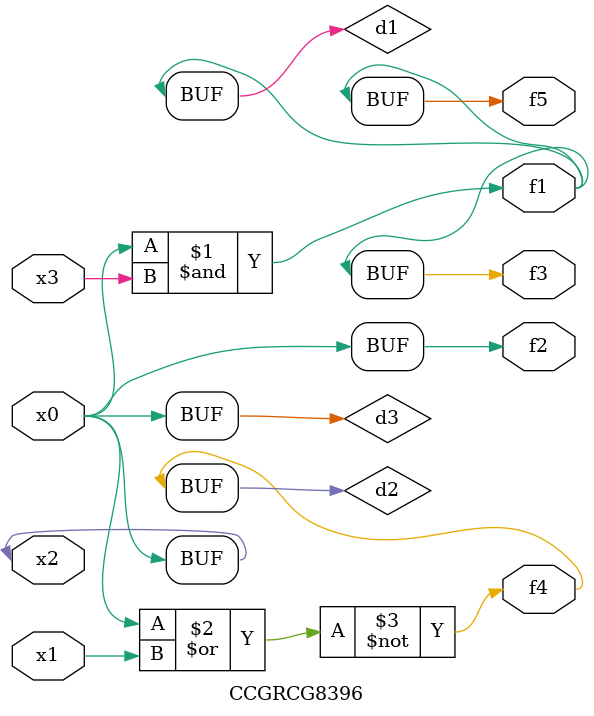
<source format=v>
module CCGRCG8396(
	input x0, x1, x2, x3,
	output f1, f2, f3, f4, f5
);

	wire d1, d2, d3;

	and (d1, x2, x3);
	nor (d2, x0, x1);
	buf (d3, x0, x2);
	assign f1 = d1;
	assign f2 = d3;
	assign f3 = d1;
	assign f4 = d2;
	assign f5 = d1;
endmodule

</source>
